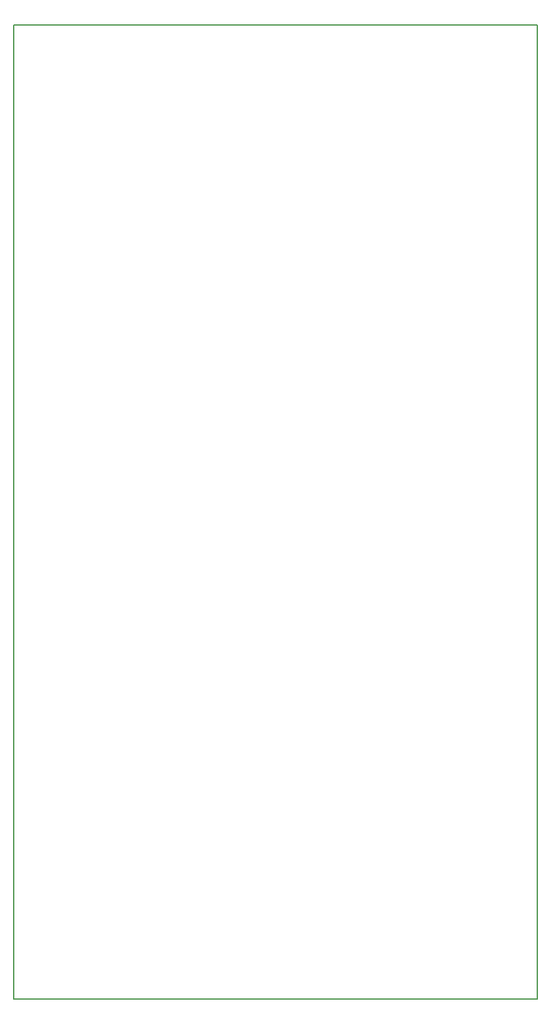
<source format=gbr>
%TF.GenerationSoftware,KiCad,Pcbnew,6.0.0-rc1-unknown-994a9c5~65~ubuntu18.04.1*%
%TF.CreationDate,2018-07-25T16:15:22+03:00*%
%TF.ProjectId,counter-pneumatic-v1-G368,636F756E7465722D706E65756D617469,rev?*%
%TF.SameCoordinates,Original*%
%TF.FileFunction,Profile,NP*%
%FSLAX46Y46*%
G04 Gerber Fmt 4.6, Leading zero omitted, Abs format (unit mm)*
G04 Created by KiCad (PCBNEW 6.0.0-rc1-unknown-994a9c5~65~ubuntu18.04.1) date Wed Jul 25 16:15:22 2018*
%MOMM*%
%LPD*%
G01*
G04 APERTURE LIST*
%ADD10C,0.150000*%
G04 APERTURE END LIST*
D10*
X185420000Y-22860000D02*
X185420000Y-154940000D01*
X256540000Y-22860000D02*
X185420000Y-22860000D01*
X256540000Y-154940000D02*
X256540000Y-22860000D01*
X185420000Y-154940000D02*
X256540000Y-154940000D01*
M02*

</source>
